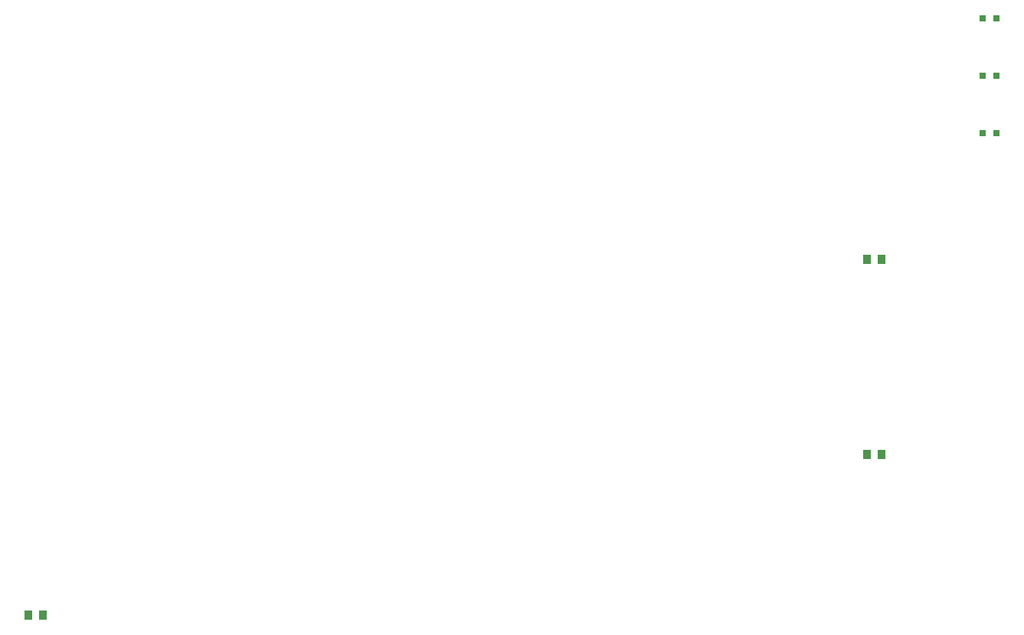
<source format=gbr>
G04 EAGLE Gerber RS-274X export*
G75*
%MOMM*%
%FSLAX34Y34*%
%LPD*%
%INSolderpaste Top*%
%IPPOS*%
%AMOC8*
5,1,8,0,0,1.08239X$1,22.5*%
G01*
%ADD10R,0.949959X1.031241*%
%ADD11R,0.800000X0.800000*%


D10*
X957199Y482600D03*
X973201Y482600D03*
X957199Y266700D03*
X973201Y266700D03*
D11*
X1084700Y749300D03*
X1099700Y749300D03*
X1084700Y685800D03*
X1099700Y685800D03*
X1084700Y622300D03*
X1099700Y622300D03*
D10*
X46101Y88900D03*
X30099Y88900D03*
M02*

</source>
